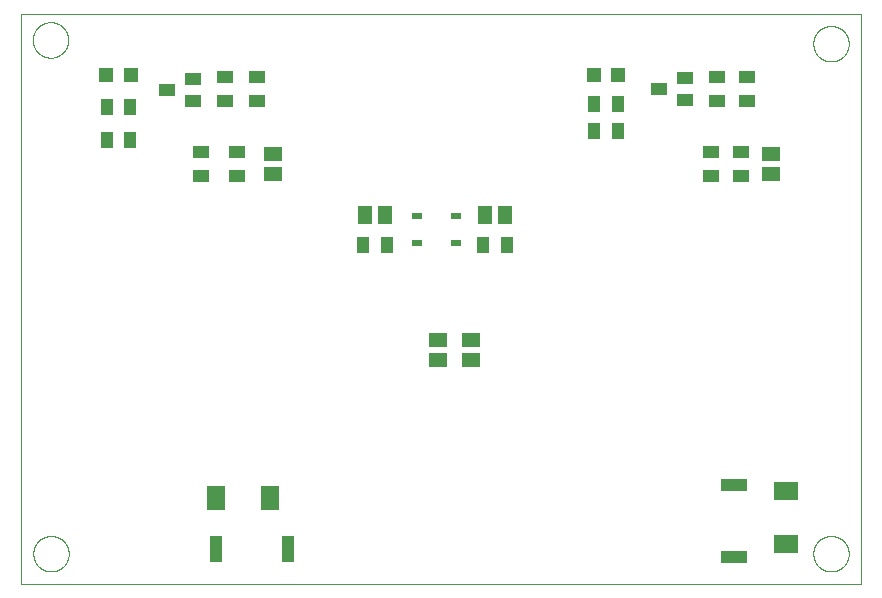
<source format=gtp>
G75*
%MOIN*%
%OFA0B0*%
%FSLAX25Y25*%
%IPPOS*%
%LPD*%
%AMOC8*
5,1,8,0,0,1.08239X$1,22.5*
%
%ADD10C,0.00000*%
%ADD11R,0.05906X0.05118*%
%ADD12R,0.04331X0.05512*%
%ADD13R,0.05512X0.04331*%
%ADD14R,0.04724X0.04724*%
%ADD15R,0.08268X0.06299*%
%ADD16R,0.06299X0.08268*%
%ADD17R,0.05512X0.03937*%
%ADD18R,0.04200X0.08600*%
%ADD19R,0.08600X0.04200*%
%ADD20R,0.05118X0.05906*%
%ADD21R,0.03268X0.02480*%
D10*
X0001000Y0023933D02*
X0001000Y0213933D01*
X0281000Y0213933D01*
X0281000Y0023933D01*
X0001000Y0023933D01*
X0005094Y0033933D02*
X0005096Y0034086D01*
X0005102Y0034240D01*
X0005112Y0034393D01*
X0005126Y0034545D01*
X0005144Y0034698D01*
X0005166Y0034849D01*
X0005191Y0035000D01*
X0005221Y0035151D01*
X0005255Y0035301D01*
X0005292Y0035449D01*
X0005333Y0035597D01*
X0005378Y0035743D01*
X0005427Y0035889D01*
X0005480Y0036033D01*
X0005536Y0036175D01*
X0005596Y0036316D01*
X0005660Y0036456D01*
X0005727Y0036594D01*
X0005798Y0036730D01*
X0005873Y0036864D01*
X0005950Y0036996D01*
X0006032Y0037126D01*
X0006116Y0037254D01*
X0006204Y0037380D01*
X0006295Y0037503D01*
X0006389Y0037624D01*
X0006487Y0037742D01*
X0006587Y0037858D01*
X0006691Y0037971D01*
X0006797Y0038082D01*
X0006906Y0038190D01*
X0007018Y0038295D01*
X0007132Y0038396D01*
X0007250Y0038495D01*
X0007369Y0038591D01*
X0007491Y0038684D01*
X0007616Y0038773D01*
X0007743Y0038860D01*
X0007872Y0038942D01*
X0008003Y0039022D01*
X0008136Y0039098D01*
X0008271Y0039171D01*
X0008408Y0039240D01*
X0008547Y0039305D01*
X0008687Y0039367D01*
X0008829Y0039425D01*
X0008972Y0039480D01*
X0009117Y0039531D01*
X0009263Y0039578D01*
X0009410Y0039621D01*
X0009558Y0039660D01*
X0009707Y0039696D01*
X0009857Y0039727D01*
X0010008Y0039755D01*
X0010159Y0039779D01*
X0010312Y0039799D01*
X0010464Y0039815D01*
X0010617Y0039827D01*
X0010770Y0039835D01*
X0010923Y0039839D01*
X0011077Y0039839D01*
X0011230Y0039835D01*
X0011383Y0039827D01*
X0011536Y0039815D01*
X0011688Y0039799D01*
X0011841Y0039779D01*
X0011992Y0039755D01*
X0012143Y0039727D01*
X0012293Y0039696D01*
X0012442Y0039660D01*
X0012590Y0039621D01*
X0012737Y0039578D01*
X0012883Y0039531D01*
X0013028Y0039480D01*
X0013171Y0039425D01*
X0013313Y0039367D01*
X0013453Y0039305D01*
X0013592Y0039240D01*
X0013729Y0039171D01*
X0013864Y0039098D01*
X0013997Y0039022D01*
X0014128Y0038942D01*
X0014257Y0038860D01*
X0014384Y0038773D01*
X0014509Y0038684D01*
X0014631Y0038591D01*
X0014750Y0038495D01*
X0014868Y0038396D01*
X0014982Y0038295D01*
X0015094Y0038190D01*
X0015203Y0038082D01*
X0015309Y0037971D01*
X0015413Y0037858D01*
X0015513Y0037742D01*
X0015611Y0037624D01*
X0015705Y0037503D01*
X0015796Y0037380D01*
X0015884Y0037254D01*
X0015968Y0037126D01*
X0016050Y0036996D01*
X0016127Y0036864D01*
X0016202Y0036730D01*
X0016273Y0036594D01*
X0016340Y0036456D01*
X0016404Y0036316D01*
X0016464Y0036175D01*
X0016520Y0036033D01*
X0016573Y0035889D01*
X0016622Y0035743D01*
X0016667Y0035597D01*
X0016708Y0035449D01*
X0016745Y0035301D01*
X0016779Y0035151D01*
X0016809Y0035000D01*
X0016834Y0034849D01*
X0016856Y0034698D01*
X0016874Y0034545D01*
X0016888Y0034393D01*
X0016898Y0034240D01*
X0016904Y0034086D01*
X0016906Y0033933D01*
X0016904Y0033780D01*
X0016898Y0033626D01*
X0016888Y0033473D01*
X0016874Y0033321D01*
X0016856Y0033168D01*
X0016834Y0033017D01*
X0016809Y0032866D01*
X0016779Y0032715D01*
X0016745Y0032565D01*
X0016708Y0032417D01*
X0016667Y0032269D01*
X0016622Y0032123D01*
X0016573Y0031977D01*
X0016520Y0031833D01*
X0016464Y0031691D01*
X0016404Y0031550D01*
X0016340Y0031410D01*
X0016273Y0031272D01*
X0016202Y0031136D01*
X0016127Y0031002D01*
X0016050Y0030870D01*
X0015968Y0030740D01*
X0015884Y0030612D01*
X0015796Y0030486D01*
X0015705Y0030363D01*
X0015611Y0030242D01*
X0015513Y0030124D01*
X0015413Y0030008D01*
X0015309Y0029895D01*
X0015203Y0029784D01*
X0015094Y0029676D01*
X0014982Y0029571D01*
X0014868Y0029470D01*
X0014750Y0029371D01*
X0014631Y0029275D01*
X0014509Y0029182D01*
X0014384Y0029093D01*
X0014257Y0029006D01*
X0014128Y0028924D01*
X0013997Y0028844D01*
X0013864Y0028768D01*
X0013729Y0028695D01*
X0013592Y0028626D01*
X0013453Y0028561D01*
X0013313Y0028499D01*
X0013171Y0028441D01*
X0013028Y0028386D01*
X0012883Y0028335D01*
X0012737Y0028288D01*
X0012590Y0028245D01*
X0012442Y0028206D01*
X0012293Y0028170D01*
X0012143Y0028139D01*
X0011992Y0028111D01*
X0011841Y0028087D01*
X0011688Y0028067D01*
X0011536Y0028051D01*
X0011383Y0028039D01*
X0011230Y0028031D01*
X0011077Y0028027D01*
X0010923Y0028027D01*
X0010770Y0028031D01*
X0010617Y0028039D01*
X0010464Y0028051D01*
X0010312Y0028067D01*
X0010159Y0028087D01*
X0010008Y0028111D01*
X0009857Y0028139D01*
X0009707Y0028170D01*
X0009558Y0028206D01*
X0009410Y0028245D01*
X0009263Y0028288D01*
X0009117Y0028335D01*
X0008972Y0028386D01*
X0008829Y0028441D01*
X0008687Y0028499D01*
X0008547Y0028561D01*
X0008408Y0028626D01*
X0008271Y0028695D01*
X0008136Y0028768D01*
X0008003Y0028844D01*
X0007872Y0028924D01*
X0007743Y0029006D01*
X0007616Y0029093D01*
X0007491Y0029182D01*
X0007369Y0029275D01*
X0007250Y0029371D01*
X0007132Y0029470D01*
X0007018Y0029571D01*
X0006906Y0029676D01*
X0006797Y0029784D01*
X0006691Y0029895D01*
X0006587Y0030008D01*
X0006487Y0030124D01*
X0006389Y0030242D01*
X0006295Y0030363D01*
X0006204Y0030486D01*
X0006116Y0030612D01*
X0006032Y0030740D01*
X0005950Y0030870D01*
X0005873Y0031002D01*
X0005798Y0031136D01*
X0005727Y0031272D01*
X0005660Y0031410D01*
X0005596Y0031550D01*
X0005536Y0031691D01*
X0005480Y0031833D01*
X0005427Y0031977D01*
X0005378Y0032123D01*
X0005333Y0032269D01*
X0005292Y0032417D01*
X0005255Y0032565D01*
X0005221Y0032715D01*
X0005191Y0032866D01*
X0005166Y0033017D01*
X0005144Y0033168D01*
X0005126Y0033321D01*
X0005112Y0033473D01*
X0005102Y0033626D01*
X0005096Y0033780D01*
X0005094Y0033933D01*
X0265094Y0033933D02*
X0265096Y0034086D01*
X0265102Y0034240D01*
X0265112Y0034393D01*
X0265126Y0034545D01*
X0265144Y0034698D01*
X0265166Y0034849D01*
X0265191Y0035000D01*
X0265221Y0035151D01*
X0265255Y0035301D01*
X0265292Y0035449D01*
X0265333Y0035597D01*
X0265378Y0035743D01*
X0265427Y0035889D01*
X0265480Y0036033D01*
X0265536Y0036175D01*
X0265596Y0036316D01*
X0265660Y0036456D01*
X0265727Y0036594D01*
X0265798Y0036730D01*
X0265873Y0036864D01*
X0265950Y0036996D01*
X0266032Y0037126D01*
X0266116Y0037254D01*
X0266204Y0037380D01*
X0266295Y0037503D01*
X0266389Y0037624D01*
X0266487Y0037742D01*
X0266587Y0037858D01*
X0266691Y0037971D01*
X0266797Y0038082D01*
X0266906Y0038190D01*
X0267018Y0038295D01*
X0267132Y0038396D01*
X0267250Y0038495D01*
X0267369Y0038591D01*
X0267491Y0038684D01*
X0267616Y0038773D01*
X0267743Y0038860D01*
X0267872Y0038942D01*
X0268003Y0039022D01*
X0268136Y0039098D01*
X0268271Y0039171D01*
X0268408Y0039240D01*
X0268547Y0039305D01*
X0268687Y0039367D01*
X0268829Y0039425D01*
X0268972Y0039480D01*
X0269117Y0039531D01*
X0269263Y0039578D01*
X0269410Y0039621D01*
X0269558Y0039660D01*
X0269707Y0039696D01*
X0269857Y0039727D01*
X0270008Y0039755D01*
X0270159Y0039779D01*
X0270312Y0039799D01*
X0270464Y0039815D01*
X0270617Y0039827D01*
X0270770Y0039835D01*
X0270923Y0039839D01*
X0271077Y0039839D01*
X0271230Y0039835D01*
X0271383Y0039827D01*
X0271536Y0039815D01*
X0271688Y0039799D01*
X0271841Y0039779D01*
X0271992Y0039755D01*
X0272143Y0039727D01*
X0272293Y0039696D01*
X0272442Y0039660D01*
X0272590Y0039621D01*
X0272737Y0039578D01*
X0272883Y0039531D01*
X0273028Y0039480D01*
X0273171Y0039425D01*
X0273313Y0039367D01*
X0273453Y0039305D01*
X0273592Y0039240D01*
X0273729Y0039171D01*
X0273864Y0039098D01*
X0273997Y0039022D01*
X0274128Y0038942D01*
X0274257Y0038860D01*
X0274384Y0038773D01*
X0274509Y0038684D01*
X0274631Y0038591D01*
X0274750Y0038495D01*
X0274868Y0038396D01*
X0274982Y0038295D01*
X0275094Y0038190D01*
X0275203Y0038082D01*
X0275309Y0037971D01*
X0275413Y0037858D01*
X0275513Y0037742D01*
X0275611Y0037624D01*
X0275705Y0037503D01*
X0275796Y0037380D01*
X0275884Y0037254D01*
X0275968Y0037126D01*
X0276050Y0036996D01*
X0276127Y0036864D01*
X0276202Y0036730D01*
X0276273Y0036594D01*
X0276340Y0036456D01*
X0276404Y0036316D01*
X0276464Y0036175D01*
X0276520Y0036033D01*
X0276573Y0035889D01*
X0276622Y0035743D01*
X0276667Y0035597D01*
X0276708Y0035449D01*
X0276745Y0035301D01*
X0276779Y0035151D01*
X0276809Y0035000D01*
X0276834Y0034849D01*
X0276856Y0034698D01*
X0276874Y0034545D01*
X0276888Y0034393D01*
X0276898Y0034240D01*
X0276904Y0034086D01*
X0276906Y0033933D01*
X0276904Y0033780D01*
X0276898Y0033626D01*
X0276888Y0033473D01*
X0276874Y0033321D01*
X0276856Y0033168D01*
X0276834Y0033017D01*
X0276809Y0032866D01*
X0276779Y0032715D01*
X0276745Y0032565D01*
X0276708Y0032417D01*
X0276667Y0032269D01*
X0276622Y0032123D01*
X0276573Y0031977D01*
X0276520Y0031833D01*
X0276464Y0031691D01*
X0276404Y0031550D01*
X0276340Y0031410D01*
X0276273Y0031272D01*
X0276202Y0031136D01*
X0276127Y0031002D01*
X0276050Y0030870D01*
X0275968Y0030740D01*
X0275884Y0030612D01*
X0275796Y0030486D01*
X0275705Y0030363D01*
X0275611Y0030242D01*
X0275513Y0030124D01*
X0275413Y0030008D01*
X0275309Y0029895D01*
X0275203Y0029784D01*
X0275094Y0029676D01*
X0274982Y0029571D01*
X0274868Y0029470D01*
X0274750Y0029371D01*
X0274631Y0029275D01*
X0274509Y0029182D01*
X0274384Y0029093D01*
X0274257Y0029006D01*
X0274128Y0028924D01*
X0273997Y0028844D01*
X0273864Y0028768D01*
X0273729Y0028695D01*
X0273592Y0028626D01*
X0273453Y0028561D01*
X0273313Y0028499D01*
X0273171Y0028441D01*
X0273028Y0028386D01*
X0272883Y0028335D01*
X0272737Y0028288D01*
X0272590Y0028245D01*
X0272442Y0028206D01*
X0272293Y0028170D01*
X0272143Y0028139D01*
X0271992Y0028111D01*
X0271841Y0028087D01*
X0271688Y0028067D01*
X0271536Y0028051D01*
X0271383Y0028039D01*
X0271230Y0028031D01*
X0271077Y0028027D01*
X0270923Y0028027D01*
X0270770Y0028031D01*
X0270617Y0028039D01*
X0270464Y0028051D01*
X0270312Y0028067D01*
X0270159Y0028087D01*
X0270008Y0028111D01*
X0269857Y0028139D01*
X0269707Y0028170D01*
X0269558Y0028206D01*
X0269410Y0028245D01*
X0269263Y0028288D01*
X0269117Y0028335D01*
X0268972Y0028386D01*
X0268829Y0028441D01*
X0268687Y0028499D01*
X0268547Y0028561D01*
X0268408Y0028626D01*
X0268271Y0028695D01*
X0268136Y0028768D01*
X0268003Y0028844D01*
X0267872Y0028924D01*
X0267743Y0029006D01*
X0267616Y0029093D01*
X0267491Y0029182D01*
X0267369Y0029275D01*
X0267250Y0029371D01*
X0267132Y0029470D01*
X0267018Y0029571D01*
X0266906Y0029676D01*
X0266797Y0029784D01*
X0266691Y0029895D01*
X0266587Y0030008D01*
X0266487Y0030124D01*
X0266389Y0030242D01*
X0266295Y0030363D01*
X0266204Y0030486D01*
X0266116Y0030612D01*
X0266032Y0030740D01*
X0265950Y0030870D01*
X0265873Y0031002D01*
X0265798Y0031136D01*
X0265727Y0031272D01*
X0265660Y0031410D01*
X0265596Y0031550D01*
X0265536Y0031691D01*
X0265480Y0031833D01*
X0265427Y0031977D01*
X0265378Y0032123D01*
X0265333Y0032269D01*
X0265292Y0032417D01*
X0265255Y0032565D01*
X0265221Y0032715D01*
X0265191Y0032866D01*
X0265166Y0033017D01*
X0265144Y0033168D01*
X0265126Y0033321D01*
X0265112Y0033473D01*
X0265102Y0033626D01*
X0265096Y0033780D01*
X0265094Y0033933D01*
X0265094Y0203933D02*
X0265096Y0204086D01*
X0265102Y0204240D01*
X0265112Y0204393D01*
X0265126Y0204545D01*
X0265144Y0204698D01*
X0265166Y0204849D01*
X0265191Y0205000D01*
X0265221Y0205151D01*
X0265255Y0205301D01*
X0265292Y0205449D01*
X0265333Y0205597D01*
X0265378Y0205743D01*
X0265427Y0205889D01*
X0265480Y0206033D01*
X0265536Y0206175D01*
X0265596Y0206316D01*
X0265660Y0206456D01*
X0265727Y0206594D01*
X0265798Y0206730D01*
X0265873Y0206864D01*
X0265950Y0206996D01*
X0266032Y0207126D01*
X0266116Y0207254D01*
X0266204Y0207380D01*
X0266295Y0207503D01*
X0266389Y0207624D01*
X0266487Y0207742D01*
X0266587Y0207858D01*
X0266691Y0207971D01*
X0266797Y0208082D01*
X0266906Y0208190D01*
X0267018Y0208295D01*
X0267132Y0208396D01*
X0267250Y0208495D01*
X0267369Y0208591D01*
X0267491Y0208684D01*
X0267616Y0208773D01*
X0267743Y0208860D01*
X0267872Y0208942D01*
X0268003Y0209022D01*
X0268136Y0209098D01*
X0268271Y0209171D01*
X0268408Y0209240D01*
X0268547Y0209305D01*
X0268687Y0209367D01*
X0268829Y0209425D01*
X0268972Y0209480D01*
X0269117Y0209531D01*
X0269263Y0209578D01*
X0269410Y0209621D01*
X0269558Y0209660D01*
X0269707Y0209696D01*
X0269857Y0209727D01*
X0270008Y0209755D01*
X0270159Y0209779D01*
X0270312Y0209799D01*
X0270464Y0209815D01*
X0270617Y0209827D01*
X0270770Y0209835D01*
X0270923Y0209839D01*
X0271077Y0209839D01*
X0271230Y0209835D01*
X0271383Y0209827D01*
X0271536Y0209815D01*
X0271688Y0209799D01*
X0271841Y0209779D01*
X0271992Y0209755D01*
X0272143Y0209727D01*
X0272293Y0209696D01*
X0272442Y0209660D01*
X0272590Y0209621D01*
X0272737Y0209578D01*
X0272883Y0209531D01*
X0273028Y0209480D01*
X0273171Y0209425D01*
X0273313Y0209367D01*
X0273453Y0209305D01*
X0273592Y0209240D01*
X0273729Y0209171D01*
X0273864Y0209098D01*
X0273997Y0209022D01*
X0274128Y0208942D01*
X0274257Y0208860D01*
X0274384Y0208773D01*
X0274509Y0208684D01*
X0274631Y0208591D01*
X0274750Y0208495D01*
X0274868Y0208396D01*
X0274982Y0208295D01*
X0275094Y0208190D01*
X0275203Y0208082D01*
X0275309Y0207971D01*
X0275413Y0207858D01*
X0275513Y0207742D01*
X0275611Y0207624D01*
X0275705Y0207503D01*
X0275796Y0207380D01*
X0275884Y0207254D01*
X0275968Y0207126D01*
X0276050Y0206996D01*
X0276127Y0206864D01*
X0276202Y0206730D01*
X0276273Y0206594D01*
X0276340Y0206456D01*
X0276404Y0206316D01*
X0276464Y0206175D01*
X0276520Y0206033D01*
X0276573Y0205889D01*
X0276622Y0205743D01*
X0276667Y0205597D01*
X0276708Y0205449D01*
X0276745Y0205301D01*
X0276779Y0205151D01*
X0276809Y0205000D01*
X0276834Y0204849D01*
X0276856Y0204698D01*
X0276874Y0204545D01*
X0276888Y0204393D01*
X0276898Y0204240D01*
X0276904Y0204086D01*
X0276906Y0203933D01*
X0276904Y0203780D01*
X0276898Y0203626D01*
X0276888Y0203473D01*
X0276874Y0203321D01*
X0276856Y0203168D01*
X0276834Y0203017D01*
X0276809Y0202866D01*
X0276779Y0202715D01*
X0276745Y0202565D01*
X0276708Y0202417D01*
X0276667Y0202269D01*
X0276622Y0202123D01*
X0276573Y0201977D01*
X0276520Y0201833D01*
X0276464Y0201691D01*
X0276404Y0201550D01*
X0276340Y0201410D01*
X0276273Y0201272D01*
X0276202Y0201136D01*
X0276127Y0201002D01*
X0276050Y0200870D01*
X0275968Y0200740D01*
X0275884Y0200612D01*
X0275796Y0200486D01*
X0275705Y0200363D01*
X0275611Y0200242D01*
X0275513Y0200124D01*
X0275413Y0200008D01*
X0275309Y0199895D01*
X0275203Y0199784D01*
X0275094Y0199676D01*
X0274982Y0199571D01*
X0274868Y0199470D01*
X0274750Y0199371D01*
X0274631Y0199275D01*
X0274509Y0199182D01*
X0274384Y0199093D01*
X0274257Y0199006D01*
X0274128Y0198924D01*
X0273997Y0198844D01*
X0273864Y0198768D01*
X0273729Y0198695D01*
X0273592Y0198626D01*
X0273453Y0198561D01*
X0273313Y0198499D01*
X0273171Y0198441D01*
X0273028Y0198386D01*
X0272883Y0198335D01*
X0272737Y0198288D01*
X0272590Y0198245D01*
X0272442Y0198206D01*
X0272293Y0198170D01*
X0272143Y0198139D01*
X0271992Y0198111D01*
X0271841Y0198087D01*
X0271688Y0198067D01*
X0271536Y0198051D01*
X0271383Y0198039D01*
X0271230Y0198031D01*
X0271077Y0198027D01*
X0270923Y0198027D01*
X0270770Y0198031D01*
X0270617Y0198039D01*
X0270464Y0198051D01*
X0270312Y0198067D01*
X0270159Y0198087D01*
X0270008Y0198111D01*
X0269857Y0198139D01*
X0269707Y0198170D01*
X0269558Y0198206D01*
X0269410Y0198245D01*
X0269263Y0198288D01*
X0269117Y0198335D01*
X0268972Y0198386D01*
X0268829Y0198441D01*
X0268687Y0198499D01*
X0268547Y0198561D01*
X0268408Y0198626D01*
X0268271Y0198695D01*
X0268136Y0198768D01*
X0268003Y0198844D01*
X0267872Y0198924D01*
X0267743Y0199006D01*
X0267616Y0199093D01*
X0267491Y0199182D01*
X0267369Y0199275D01*
X0267250Y0199371D01*
X0267132Y0199470D01*
X0267018Y0199571D01*
X0266906Y0199676D01*
X0266797Y0199784D01*
X0266691Y0199895D01*
X0266587Y0200008D01*
X0266487Y0200124D01*
X0266389Y0200242D01*
X0266295Y0200363D01*
X0266204Y0200486D01*
X0266116Y0200612D01*
X0266032Y0200740D01*
X0265950Y0200870D01*
X0265873Y0201002D01*
X0265798Y0201136D01*
X0265727Y0201272D01*
X0265660Y0201410D01*
X0265596Y0201550D01*
X0265536Y0201691D01*
X0265480Y0201833D01*
X0265427Y0201977D01*
X0265378Y0202123D01*
X0265333Y0202269D01*
X0265292Y0202417D01*
X0265255Y0202565D01*
X0265221Y0202715D01*
X0265191Y0202866D01*
X0265166Y0203017D01*
X0265144Y0203168D01*
X0265126Y0203321D01*
X0265112Y0203473D01*
X0265102Y0203626D01*
X0265096Y0203780D01*
X0265094Y0203933D01*
X0004937Y0205193D02*
X0004939Y0205346D01*
X0004945Y0205500D01*
X0004955Y0205653D01*
X0004969Y0205805D01*
X0004987Y0205958D01*
X0005009Y0206109D01*
X0005034Y0206260D01*
X0005064Y0206411D01*
X0005098Y0206561D01*
X0005135Y0206709D01*
X0005176Y0206857D01*
X0005221Y0207003D01*
X0005270Y0207149D01*
X0005323Y0207293D01*
X0005379Y0207435D01*
X0005439Y0207576D01*
X0005503Y0207716D01*
X0005570Y0207854D01*
X0005641Y0207990D01*
X0005716Y0208124D01*
X0005793Y0208256D01*
X0005875Y0208386D01*
X0005959Y0208514D01*
X0006047Y0208640D01*
X0006138Y0208763D01*
X0006232Y0208884D01*
X0006330Y0209002D01*
X0006430Y0209118D01*
X0006534Y0209231D01*
X0006640Y0209342D01*
X0006749Y0209450D01*
X0006861Y0209555D01*
X0006975Y0209656D01*
X0007093Y0209755D01*
X0007212Y0209851D01*
X0007334Y0209944D01*
X0007459Y0210033D01*
X0007586Y0210120D01*
X0007715Y0210202D01*
X0007846Y0210282D01*
X0007979Y0210358D01*
X0008114Y0210431D01*
X0008251Y0210500D01*
X0008390Y0210565D01*
X0008530Y0210627D01*
X0008672Y0210685D01*
X0008815Y0210740D01*
X0008960Y0210791D01*
X0009106Y0210838D01*
X0009253Y0210881D01*
X0009401Y0210920D01*
X0009550Y0210956D01*
X0009700Y0210987D01*
X0009851Y0211015D01*
X0010002Y0211039D01*
X0010155Y0211059D01*
X0010307Y0211075D01*
X0010460Y0211087D01*
X0010613Y0211095D01*
X0010766Y0211099D01*
X0010920Y0211099D01*
X0011073Y0211095D01*
X0011226Y0211087D01*
X0011379Y0211075D01*
X0011531Y0211059D01*
X0011684Y0211039D01*
X0011835Y0211015D01*
X0011986Y0210987D01*
X0012136Y0210956D01*
X0012285Y0210920D01*
X0012433Y0210881D01*
X0012580Y0210838D01*
X0012726Y0210791D01*
X0012871Y0210740D01*
X0013014Y0210685D01*
X0013156Y0210627D01*
X0013296Y0210565D01*
X0013435Y0210500D01*
X0013572Y0210431D01*
X0013707Y0210358D01*
X0013840Y0210282D01*
X0013971Y0210202D01*
X0014100Y0210120D01*
X0014227Y0210033D01*
X0014352Y0209944D01*
X0014474Y0209851D01*
X0014593Y0209755D01*
X0014711Y0209656D01*
X0014825Y0209555D01*
X0014937Y0209450D01*
X0015046Y0209342D01*
X0015152Y0209231D01*
X0015256Y0209118D01*
X0015356Y0209002D01*
X0015454Y0208884D01*
X0015548Y0208763D01*
X0015639Y0208640D01*
X0015727Y0208514D01*
X0015811Y0208386D01*
X0015893Y0208256D01*
X0015970Y0208124D01*
X0016045Y0207990D01*
X0016116Y0207854D01*
X0016183Y0207716D01*
X0016247Y0207576D01*
X0016307Y0207435D01*
X0016363Y0207293D01*
X0016416Y0207149D01*
X0016465Y0207003D01*
X0016510Y0206857D01*
X0016551Y0206709D01*
X0016588Y0206561D01*
X0016622Y0206411D01*
X0016652Y0206260D01*
X0016677Y0206109D01*
X0016699Y0205958D01*
X0016717Y0205805D01*
X0016731Y0205653D01*
X0016741Y0205500D01*
X0016747Y0205346D01*
X0016749Y0205193D01*
X0016747Y0205040D01*
X0016741Y0204886D01*
X0016731Y0204733D01*
X0016717Y0204581D01*
X0016699Y0204428D01*
X0016677Y0204277D01*
X0016652Y0204126D01*
X0016622Y0203975D01*
X0016588Y0203825D01*
X0016551Y0203677D01*
X0016510Y0203529D01*
X0016465Y0203383D01*
X0016416Y0203237D01*
X0016363Y0203093D01*
X0016307Y0202951D01*
X0016247Y0202810D01*
X0016183Y0202670D01*
X0016116Y0202532D01*
X0016045Y0202396D01*
X0015970Y0202262D01*
X0015893Y0202130D01*
X0015811Y0202000D01*
X0015727Y0201872D01*
X0015639Y0201746D01*
X0015548Y0201623D01*
X0015454Y0201502D01*
X0015356Y0201384D01*
X0015256Y0201268D01*
X0015152Y0201155D01*
X0015046Y0201044D01*
X0014937Y0200936D01*
X0014825Y0200831D01*
X0014711Y0200730D01*
X0014593Y0200631D01*
X0014474Y0200535D01*
X0014352Y0200442D01*
X0014227Y0200353D01*
X0014100Y0200266D01*
X0013971Y0200184D01*
X0013840Y0200104D01*
X0013707Y0200028D01*
X0013572Y0199955D01*
X0013435Y0199886D01*
X0013296Y0199821D01*
X0013156Y0199759D01*
X0013014Y0199701D01*
X0012871Y0199646D01*
X0012726Y0199595D01*
X0012580Y0199548D01*
X0012433Y0199505D01*
X0012285Y0199466D01*
X0012136Y0199430D01*
X0011986Y0199399D01*
X0011835Y0199371D01*
X0011684Y0199347D01*
X0011531Y0199327D01*
X0011379Y0199311D01*
X0011226Y0199299D01*
X0011073Y0199291D01*
X0010920Y0199287D01*
X0010766Y0199287D01*
X0010613Y0199291D01*
X0010460Y0199299D01*
X0010307Y0199311D01*
X0010155Y0199327D01*
X0010002Y0199347D01*
X0009851Y0199371D01*
X0009700Y0199399D01*
X0009550Y0199430D01*
X0009401Y0199466D01*
X0009253Y0199505D01*
X0009106Y0199548D01*
X0008960Y0199595D01*
X0008815Y0199646D01*
X0008672Y0199701D01*
X0008530Y0199759D01*
X0008390Y0199821D01*
X0008251Y0199886D01*
X0008114Y0199955D01*
X0007979Y0200028D01*
X0007846Y0200104D01*
X0007715Y0200184D01*
X0007586Y0200266D01*
X0007459Y0200353D01*
X0007334Y0200442D01*
X0007212Y0200535D01*
X0007093Y0200631D01*
X0006975Y0200730D01*
X0006861Y0200831D01*
X0006749Y0200936D01*
X0006640Y0201044D01*
X0006534Y0201155D01*
X0006430Y0201268D01*
X0006330Y0201384D01*
X0006232Y0201502D01*
X0006138Y0201623D01*
X0006047Y0201746D01*
X0005959Y0201872D01*
X0005875Y0202000D01*
X0005793Y0202130D01*
X0005716Y0202262D01*
X0005641Y0202396D01*
X0005570Y0202532D01*
X0005503Y0202670D01*
X0005439Y0202810D01*
X0005379Y0202951D01*
X0005323Y0203093D01*
X0005270Y0203237D01*
X0005221Y0203383D01*
X0005176Y0203529D01*
X0005135Y0203677D01*
X0005098Y0203825D01*
X0005064Y0203975D01*
X0005034Y0204126D01*
X0005009Y0204277D01*
X0004987Y0204428D01*
X0004969Y0204581D01*
X0004955Y0204733D01*
X0004945Y0204886D01*
X0004939Y0205040D01*
X0004937Y0205193D01*
D11*
X0085000Y0167280D03*
X0085000Y0160587D03*
X0140000Y0105280D03*
X0151000Y0105280D03*
X0151000Y0098587D03*
X0140000Y0098587D03*
X0251000Y0160587D03*
X0251000Y0167280D03*
D12*
X0199937Y0174933D03*
X0192063Y0174933D03*
X0192063Y0183933D03*
X0199937Y0183933D03*
X0162937Y0136933D03*
X0155063Y0136933D03*
X0122937Y0136933D03*
X0115063Y0136933D03*
X0037437Y0171933D03*
X0029563Y0171933D03*
X0029563Y0182933D03*
X0037437Y0182933D03*
D13*
X0061000Y0167870D03*
X0073000Y0167870D03*
X0073000Y0159996D03*
X0061000Y0159996D03*
X0069000Y0184996D03*
X0079500Y0184996D03*
X0079500Y0192870D03*
X0069000Y0192870D03*
X0231000Y0167870D03*
X0241000Y0167870D03*
X0241000Y0159996D03*
X0231000Y0159996D03*
X0233000Y0184996D03*
X0243000Y0184996D03*
X0243000Y0192870D03*
X0233000Y0192870D03*
D14*
X0200134Y0193433D03*
X0191866Y0193433D03*
X0037634Y0193433D03*
X0029366Y0193433D03*
D15*
X0256000Y0054791D03*
X0256000Y0037075D03*
D16*
X0083858Y0052433D03*
X0066142Y0052433D03*
D17*
X0058331Y0184693D03*
X0049669Y0188433D03*
X0058331Y0192173D03*
X0213669Y0188933D03*
X0222331Y0185193D03*
X0222331Y0192673D03*
D18*
X0090000Y0035421D03*
X0066000Y0035421D03*
D19*
X0238512Y0032933D03*
X0238512Y0056933D03*
D20*
X0162346Y0146933D03*
X0155654Y0146933D03*
X0122346Y0146933D03*
X0115654Y0146933D03*
D21*
X0133000Y0146461D03*
X0146000Y0146461D03*
X0146000Y0137406D03*
X0133000Y0137406D03*
M02*

</source>
